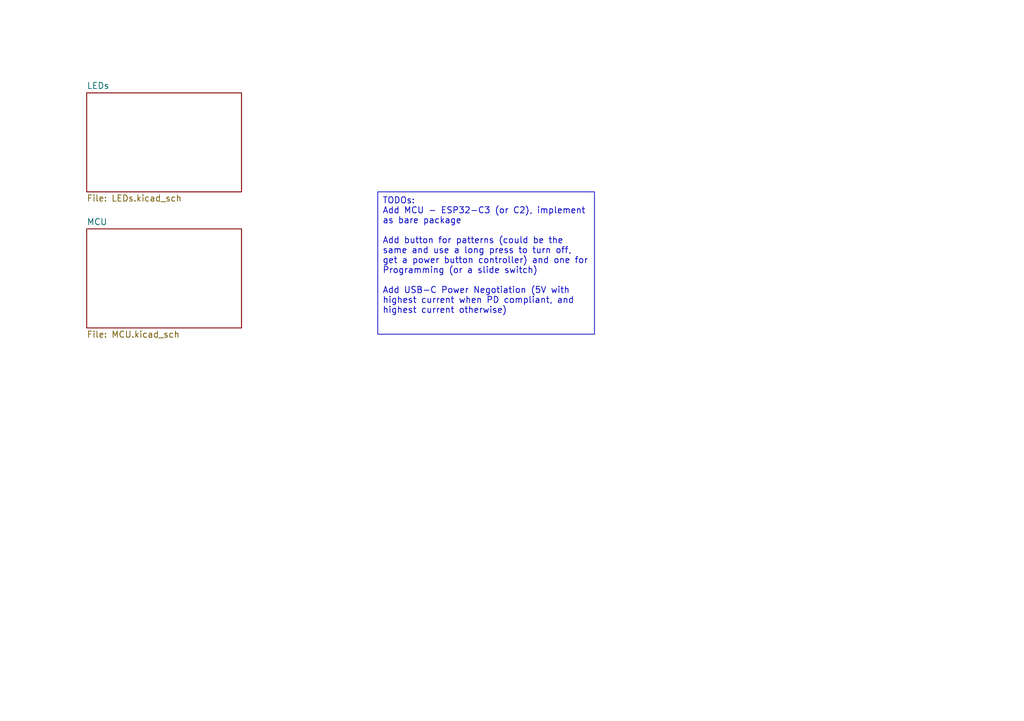
<source format=kicad_sch>
(kicad_sch
	(version 20231120)
	(generator "eeschema")
	(generator_version "8.0")
	(uuid "e1f67532-4244-48a0-a633-004c4e91cc2f")
	(paper "A5")
	(title_block
		(title "Small Pendant")
		(rev "A")
		(company "MJHaahr")
		(comment 1 "Matthew Haahr")
	)
	(lib_symbols)
	(text_box "TODOs:\nAdd MCU - ESP32-C3 (or C2), implement as bare package\n\nAdd button for patterns (could be the same and use a long press to turn off, get a power button controller) and one for Programming (or a slide switch)\n\nAdd USB-C Power Negotiation (5V with highest current when PD compliant, and highest current otherwise)"
		(exclude_from_sim no)
		(at 77.47 39.37 0)
		(size 44.45 29.21)
		(stroke
			(width 0)
			(type default)
		)
		(fill
			(type none)
		)
		(effects
			(font
				(size 1.27 1.27)
			)
			(justify left top)
		)
		(uuid "897a2bb7-4ae8-4d01-a5eb-8453dee21e11")
	)
	(sheet
		(at 17.78 46.99)
		(size 31.75 20.32)
		(fields_autoplaced yes)
		(stroke
			(width 0.1524)
			(type solid)
		)
		(fill
			(color 0 0 0 0.0000)
		)
		(uuid "14f335fc-598f-404a-bfcd-3d46c6f23e92")
		(property "Sheetname" "MCU"
			(at 17.78 46.2784 0)
			(effects
				(font
					(size 1.27 1.27)
				)
				(justify left bottom)
			)
		)
		(property "Sheetfile" "MCU.kicad_sch"
			(at 17.78 67.8946 0)
			(effects
				(font
					(size 1.27 1.27)
				)
				(justify left top)
			)
		)
		(instances
			(project "Small_Pendant"
				(path "/e1f67532-4244-48a0-a633-004c4e91cc2f"
					(page "3")
				)
			)
		)
	)
	(sheet
		(at 17.78 19.05)
		(size 31.75 20.32)
		(fields_autoplaced yes)
		(stroke
			(width 0.1524)
			(type solid)
		)
		(fill
			(color 0 0 0 0.0000)
		)
		(uuid "f7e054ab-e6f9-45d1-9e92-1309241566f0")
		(property "Sheetname" "LEDs"
			(at 17.78 18.3384 0)
			(effects
				(font
					(size 1.27 1.27)
				)
				(justify left bottom)
			)
		)
		(property "Sheetfile" "LEDs.kicad_sch"
			(at 17.78 39.9546 0)
			(effects
				(font
					(size 1.27 1.27)
				)
				(justify left top)
			)
		)
		(instances
			(project "Small_Pendant"
				(path "/e1f67532-4244-48a0-a633-004c4e91cc2f"
					(page "2")
				)
			)
		)
	)
	(sheet_instances
		(path "/"
			(page "1")
		)
	)
)

</source>
